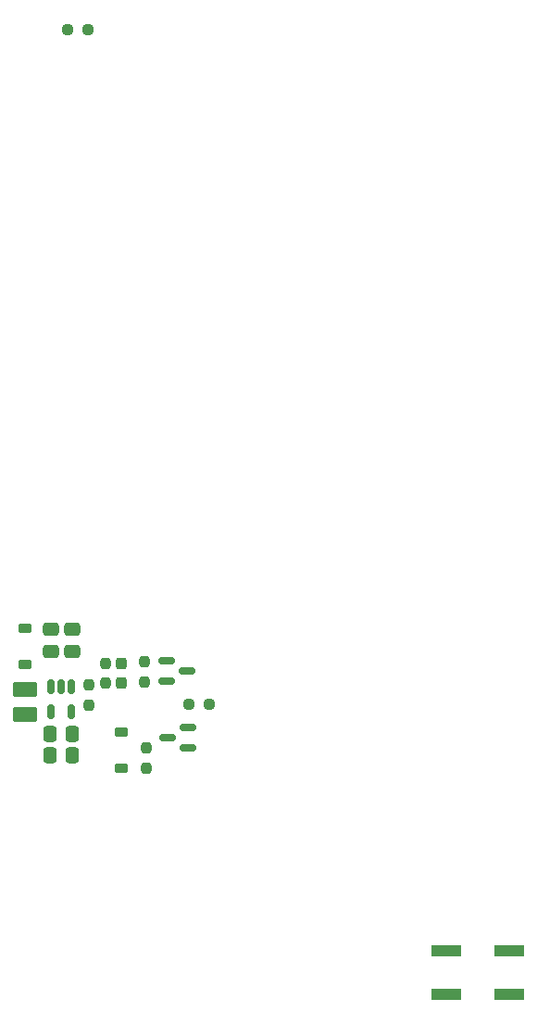
<source format=gbr>
%TF.GenerationSoftware,KiCad,Pcbnew,7.0.9*%
%TF.CreationDate,2024-01-30T18:45:19-06:00*%
%TF.ProjectId,bsidesPR,62736964-6573-4505-922e-6b696361645f,rev?*%
%TF.SameCoordinates,Original*%
%TF.FileFunction,Paste,Bot*%
%TF.FilePolarity,Positive*%
%FSLAX46Y46*%
G04 Gerber Fmt 4.6, Leading zero omitted, Abs format (unit mm)*
G04 Created by KiCad (PCBNEW 7.0.9) date 2024-01-30 18:45:19*
%MOMM*%
%LPD*%
G01*
G04 APERTURE LIST*
G04 Aperture macros list*
%AMRoundRect*
0 Rectangle with rounded corners*
0 $1 Rounding radius*
0 $2 $3 $4 $5 $6 $7 $8 $9 X,Y pos of 4 corners*
0 Add a 4 corners polygon primitive as box body*
4,1,4,$2,$3,$4,$5,$6,$7,$8,$9,$2,$3,0*
0 Add four circle primitives for the rounded corners*
1,1,$1+$1,$2,$3*
1,1,$1+$1,$4,$5*
1,1,$1+$1,$6,$7*
1,1,$1+$1,$8,$9*
0 Add four rect primitives between the rounded corners*
20,1,$1+$1,$2,$3,$4,$5,0*
20,1,$1+$1,$4,$5,$6,$7,0*
20,1,$1+$1,$6,$7,$8,$9,0*
20,1,$1+$1,$8,$9,$2,$3,0*%
G04 Aperture macros list end*
%ADD10RoundRect,0.237500X0.250000X0.237500X-0.250000X0.237500X-0.250000X-0.237500X0.250000X-0.237500X0*%
%ADD11R,2.750000X1.000000*%
%ADD12RoundRect,0.237500X-0.237500X0.250000X-0.237500X-0.250000X0.237500X-0.250000X0.237500X0.250000X0*%
%ADD13RoundRect,0.150000X0.587500X0.150000X-0.587500X0.150000X-0.587500X-0.150000X0.587500X-0.150000X0*%
%ADD14RoundRect,0.150000X-0.587500X-0.150000X0.587500X-0.150000X0.587500X0.150000X-0.587500X0.150000X0*%
%ADD15RoundRect,0.225000X-0.375000X0.225000X-0.375000X-0.225000X0.375000X-0.225000X0.375000X0.225000X0*%
%ADD16RoundRect,0.250000X-0.337500X-0.475000X0.337500X-0.475000X0.337500X0.475000X-0.337500X0.475000X0*%
%ADD17RoundRect,0.250000X-0.475000X0.337500X-0.475000X-0.337500X0.475000X-0.337500X0.475000X0.337500X0*%
%ADD18RoundRect,0.250001X0.849999X-0.462499X0.849999X0.462499X-0.849999X0.462499X-0.849999X-0.462499X0*%
%ADD19RoundRect,0.237500X-0.237500X0.300000X-0.237500X-0.300000X0.237500X-0.300000X0.237500X0.300000X0*%
%ADD20RoundRect,0.150000X-0.150000X0.512500X-0.150000X-0.512500X0.150000X-0.512500X0.150000X0.512500X0*%
%ADD21RoundRect,0.225000X0.375000X-0.225000X0.375000X0.225000X-0.375000X0.225000X-0.375000X-0.225000X0*%
%ADD22RoundRect,0.237500X-0.250000X-0.237500X0.250000X-0.237500X0.250000X0.237500X-0.250000X0.237500X0*%
G04 APERTURE END LIST*
D10*
%TO.C,R6*%
X91686672Y-62941701D03*
X93511672Y-62941701D03*
%TD*%
D11*
%TO.C,SW1*%
X132007888Y-147045921D03*
X126247888Y-147045921D03*
X132007888Y-151045921D03*
X126247888Y-151045921D03*
%TD*%
D12*
%TO.C,R1*%
X98838172Y-128579401D03*
X98838172Y-130404401D03*
%TD*%
D13*
%TO.C,Q1*%
X100795672Y-127587901D03*
X102670672Y-128537901D03*
X102670672Y-126637901D03*
%TD*%
D12*
%TO.C,R4*%
X98670672Y-122500401D03*
X98670672Y-120675401D03*
%TD*%
D14*
%TO.C,Q2*%
X102608172Y-121537901D03*
X100733172Y-120587901D03*
X100733172Y-122487901D03*
%TD*%
D15*
%TO.C,D52*%
X87736888Y-120883921D03*
X87736888Y-117583921D03*
%TD*%
D16*
%TO.C,C1*%
X92086888Y-129233921D03*
X90011888Y-129233921D03*
%TD*%
D17*
%TO.C,C5*%
X92086888Y-119771421D03*
X92086888Y-117696421D03*
%TD*%
D18*
%TO.C,L1*%
X87736888Y-123211421D03*
X87736888Y-125536421D03*
%TD*%
D19*
%TO.C,C3*%
X96586888Y-122596421D03*
X96586888Y-120871421D03*
%TD*%
D20*
%TO.C,U2*%
X90086888Y-125233921D03*
X91986888Y-125233921D03*
X91986888Y-122958921D03*
X91036888Y-122958921D03*
X90086888Y-122958921D03*
%TD*%
D12*
%TO.C,R2*%
X95086888Y-122646421D03*
X95086888Y-120821421D03*
%TD*%
D17*
%TO.C,C4*%
X90086888Y-119771421D03*
X90086888Y-117696421D03*
%TD*%
D12*
%TO.C,R3*%
X93586888Y-124646421D03*
X93586888Y-122821421D03*
%TD*%
D16*
%TO.C,C2*%
X92086888Y-127233921D03*
X90011888Y-127233921D03*
%TD*%
D21*
%TO.C,D51*%
X96552172Y-127079901D03*
X96552172Y-130379901D03*
%TD*%
D22*
%TO.C,R5*%
X104583172Y-124537901D03*
X102758172Y-124537901D03*
%TD*%
M02*

</source>
